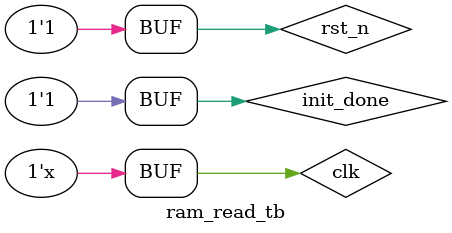
<source format=v>
`timescale 1ns/1ns //仿真单位为1ns，精度为1ns
 
module ram_read_tb();
 
reg clk;
reg rst_n;
wire write_done;
reg init_done;
wire [7:0]ram_data;
wire rden;
wire[9:0] rdaddress;
wire ena_write;
wire oled_dc;
wire[7:0] data;
 
wire wren;
wire [9:0] wraddress;
wire [7:0] wrdata;
 
wire oled_sclk;
wire oled_mosi;
 
ram_read ram_read_inst(
	.clk(clk),
	.rst_n(rst_n),
	.write_done(write_done),
	.init_done(init_done),
	.rden(rden),
	.rdaddress(rdaddress),
	.ena_write(ena_write),
	.oled_dc(oled_dc),
	.ram_data(ram_data),
	.data(data)
);
 
ram_write ram_write_inst(
	.clk(clk),
	.rst_n(rst_n),
	.init_done(1'b1),
	.wren(wren),
	.wraddress(wraddress),
	.data(wrdata)
);
ram_show ram_show_inst(
	.clock(clk),
	.aclr(1'b0),
	.data(wrdata),
	.rdaddress(rdaddress),
	.rden(rden),
	.wraddress(wraddress),
	.wren(wren),
	.q(ram_data)
);
 
//spi传输模块
spi_writebyte spi_writebyte_inst(
	.clk(clk),
	.rst_n(rst_n),
	.ena_write(ena_write),
	.data(data),
	.sclk(oled_sclk),
	.mosi(oled_mosi),
	.write_done(write_done)
);
 
initial begin
	#0 	clk = 0;
			rst_n = 0;
			init_done = 1;
	
	#20 rst_n = 1;
 
end
 
always #5 clk = ~clk;
 
endmodule
</source>
